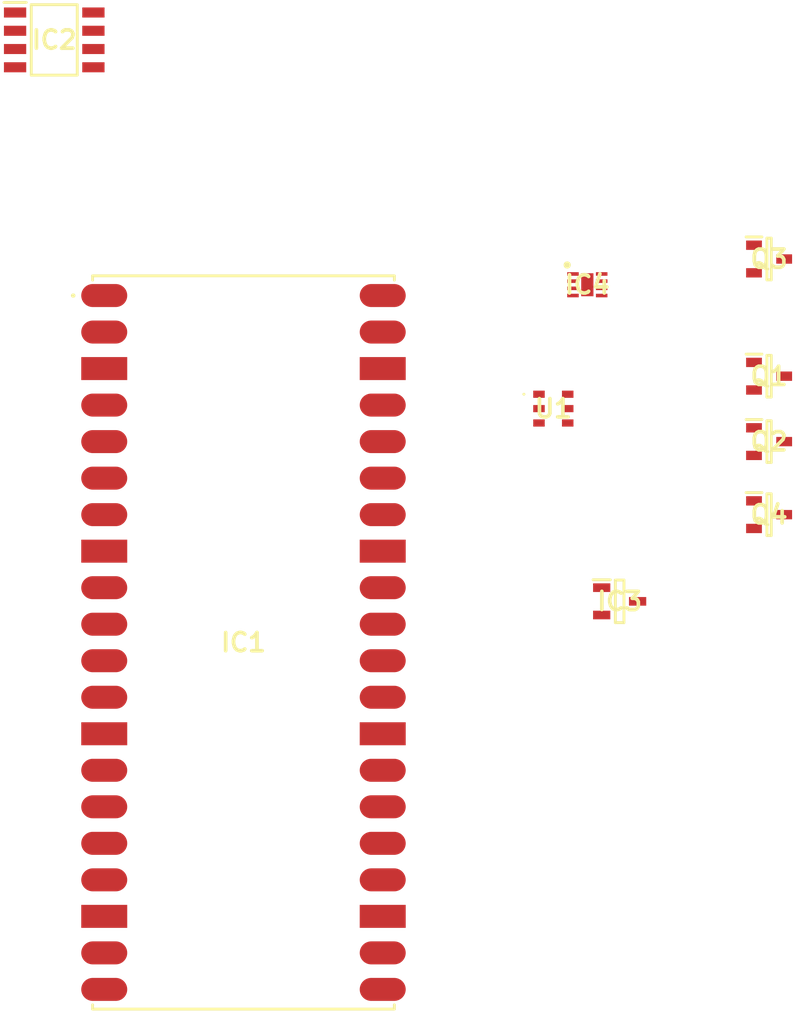
<source format=kicad_pcb>
(kicad_pcb (version 20221018) (generator pcbnew)
  (layers (0 "F.Cu" signal) (31 "B.Cu" signal) (34 "B.Paste" user) (35 "F.Paste" user) (36 "B.SilkS" user "B.Silkscreen") (37 "F.SilkS" user "F.Silkscreen") (38 "B.Mask" user) (39 "F.Mask" user) (44 "Edge.Cuts" user))
  (net 0 "")
  (footprint "LIB_PCF85063AT_AAZ:SOIC127P600X175-8N" (layer "F.Cu") (at 114.3 53.34)
    (fp_text reference "IC2" (at 0 0) (layer "F.SilkS") (effects (font (size 1.27 1.27) (thickness 0.254))))
    (fp_text value "PCF85063AT_AAZ" hide)
    (fp_line (start -3.5 -2.605) (end -1.95 -2.605) (stroke (width 0.2)) (layer "F.SilkS"))
    (fp_line (start -1.6 -2.45) (end 1.6 -2.45) (stroke (width 0.2)) (layer "F.SilkS"))
    (fp_line (start -1.6 2.45) (end -1.6 -2.45) (stroke (width 0.2)) (layer "F.SilkS"))
    (fp_line (start 1.6 -2.45) (end 1.6 2.45) (stroke (width 0.2)) (layer "F.SilkS"))
    (fp_line (start 1.6 2.45) (end -1.6 2.45) (stroke (width 0.2)) (layer "F.SilkS"))
    (pad "1" smd rect (at -2.725 -1.905 90) (size 0.7 1.55) (layers "F.Cu" "F.Paste" "F.Mask"))
    (pad "2" smd rect (at -2.725 -0.635 90) (size 0.7 1.55) (layers "F.Cu" "F.Paste" "F.Mask"))
    (pad "3" smd rect (at -2.725 0.635 90) (size 0.7 1.55) (layers "F.Cu" "F.Paste" "F.Mask"))
    (pad "4" smd rect (at -2.725 1.905 90) (size 0.7 1.55) (layers "F.Cu" "F.Paste" "F.Mask"))
    (pad "5" smd rect (at 2.725 1.905 90) (size 0.7 1.55) (layers "F.Cu" "F.Paste" "F.Mask"))
    (pad "6" smd rect (at 2.725 0.635 90) (size 0.7 1.55) (layers "F.Cu" "F.Paste" "F.Mask"))
    (pad "7" smd rect (at 2.725 -0.635 90) (size 0.7 1.55) (layers "F.Cu" "F.Paste" "F.Mask"))
    (pad "8" smd rect (at 2.725 -1.905 90) (size 0.7 1.55) (layers "F.Cu" "F.Paste" "F.Mask"))
  )
  (footprint "DMG2301L-7:SOT96P240X110-3N" (layer "F.Cu") (at 164.05 68.58)
    (fp_text reference "Q3" (at 0 0) (layer "F.SilkS") (effects (font (size 1.27 1.27) (thickness 0.254))))
    (fp_text value "DMG2301L-7" hide)
    (fp_line (start -1.6 -1.535) (end -0.5 -1.535) (stroke (width 0.2)) (layer "F.SilkS"))
    (fp_line (start -0.15 -1.45) (end 0.15 -1.45) (stroke (width 0.2)) (layer "F.SilkS"))
    (fp_line (start -0.15 1.45) (end -0.15 -1.45) (stroke (width 0.2)) (layer "F.SilkS"))
    (fp_line (start 0.15 -1.45) (end 0.15 1.45) (stroke (width 0.2)) (layer "F.SilkS"))
    (fp_line (start 0.15 1.45) (end -0.15 1.45) (stroke (width 0.2)) (layer "F.SilkS"))
    (pad "1" smd rect (at -1.05 -0.96 90) (size 0.65 1.1) (layers "F.Cu" "F.Paste" "F.Mask"))
    (pad "2" smd rect (at -1.05 0.96 90) (size 0.65 1.1) (layers "F.Cu" "F.Paste" "F.Mask"))
    (pad "3" smd rect (at 1.05 0 90) (size 0.65 1.1) (layers "F.Cu" "F.Paste" "F.Mask"))
  )
  (footprint "AP2138N-3.3TRG1:SOT95P282X145-3N" (layer "F.Cu") (at 153.65 92.39)
    (fp_text reference "IC3" (at 0 0) (layer "F.SilkS") (effects (font (size 1.27 1.27) (thickness 0.254))))
    (fp_text value "AP2138N-3.3TRG1" hide)
    (fp_line (start -1.85 -1.5) (end -0.65 -1.5) (stroke (width 0.2)) (layer "F.SilkS"))
    (fp_line (start -0.3 -1.48) (end 0.3 -1.48) (stroke (width 0.2)) (layer "F.SilkS"))
    (fp_line (start -0.3 1.48) (end -0.3 -1.48) (stroke (width 0.2)) (layer "F.SilkS"))
    (fp_line (start 0.3 -1.48) (end 0.3 1.48) (stroke (width 0.2)) (layer "F.SilkS"))
    (fp_line (start 0.3 1.48) (end -0.3 1.48) (stroke (width 0.2)) (layer "F.SilkS"))
    (pad "1" smd rect (at -1.25 -0.95 90) (size 0.6 1.2) (layers "F.Cu" "F.Paste" "F.Mask"))
    (pad "2" smd rect (at -1.25 0.95 90) (size 0.6 1.2) (layers "F.Cu" "F.Paste" "F.Mask"))
    (pad "3" smd rect (at 1.25 0 90) (size 0.6 1.2) (layers "F.Cu" "F.Paste" "F.Mask"))
  )
  (footprint "DMG2301L-7:SOT96P240X110-3N" (layer "F.Cu") (at 164.05 81.28)
    (fp_text reference "Q2" (at 0 0) (layer "F.SilkS") (effects (font (size 1.27 1.27) (thickness 0.254))))
    (fp_text value "DMG2301L-7" hide)
    (fp_line (start -1.6 -1.535) (end -0.5 -1.535) (stroke (width 0.2)) (layer "F.SilkS"))
    (fp_line (start -0.15 -1.45) (end 0.15 -1.45) (stroke (width 0.2)) (layer "F.SilkS"))
    (fp_line (start -0.15 1.45) (end -0.15 -1.45) (stroke (width 0.2)) (layer "F.SilkS"))
    (fp_line (start 0.15 -1.45) (end 0.15 1.45) (stroke (width 0.2)) (layer "F.SilkS"))
    (fp_line (start 0.15 1.45) (end -0.15 1.45) (stroke (width 0.2)) (layer "F.SilkS"))
    (pad "1" smd rect (at -1.05 -0.96 90) (size 0.65 1.1) (layers "F.Cu" "F.Paste" "F.Mask"))
    (pad "2" smd rect (at -1.05 0.96 90) (size 0.65 1.1) (layers "F.Cu" "F.Paste" "F.Mask"))
    (pad "3" smd rect (at 1.05 0 90) (size 0.65 1.1) (layers "F.Cu" "F.Paste" "F.Mask"))
  )
  (footprint "AHT20:AHT20" (layer "F.Cu") (at 149.035 78.985)
    (fp_text reference "U1" (at 0 0) (layer "F.SilkS") (effects (font (size 1.27 1.27) (thickness 0.254))))
    (fp_text value "AHT20" hide)
    (fp_line (start -2.1 -1) (end -2.1 -1) (stroke (width 0.1)) (layer "F.SilkS"))
    (fp_line (start -2 -1) (end -2 -1) (stroke (width 0.1)) (layer "F.SilkS"))
    (fp_arc (start -2.1 -1) (mid -2.05 -1.05) (end -2 -1) (stroke (width 0.1)) (layer "F.SilkS"))
    (fp_arc (start -2 -1) (mid -2.05 -0.95) (end -2.1 -1) (stroke (width 0.1)) (layer "F.SilkS"))
    (pad "1" smd rect (at -1 -1 90) (size 0.5 0.8) (layers "F.Cu" "F.Paste" "F.Mask"))
    (pad "2" smd rect (at -1 0 90) (size 0.5 0.8) (layers "F.Cu" "F.Paste" "F.Mask"))
    (pad "3" smd rect (at -1 1 90) (size 0.5 0.8) (layers "F.Cu" "F.Paste" "F.Mask"))
    (pad "4" smd rect (at 1 1 90) (size 0.5 0.8) (layers "F.Cu" "F.Paste" "F.Mask"))
    (pad "5" smd rect (at 1 0 90) (size 0.5 0.8) (layers "F.Cu" "F.Paste" "F.Mask"))
    (pad "6" smd rect (at 1 -1 90) (size 0.5 0.8) (layers "F.Cu" "F.Paste" "F.Mask"))
  )
  (footprint "DMG2301L-7:SOT96P240X110-3N" (layer "F.Cu") (at 164.05 86.36)
    (fp_text reference "Q4" (at 0 0) (layer "F.SilkS") (effects (font (size 1.27 1.27) (thickness 0.254))))
    (fp_text value "DMN3731U-7" hide)
    (fp_line (start -1.6 -1.535) (end -0.5 -1.535) (stroke (width 0.2)) (layer "F.SilkS"))
    (fp_line (start -0.15 -1.45) (end 0.15 -1.45) (stroke (width 0.2)) (layer "F.SilkS"))
    (fp_line (start -0.15 1.45) (end -0.15 -1.45) (stroke (width 0.2)) (layer "F.SilkS"))
    (fp_line (start 0.15 -1.45) (end 0.15 1.45) (stroke (width 0.2)) (layer "F.SilkS"))
    (fp_line (start 0.15 1.45) (end -0.15 1.45) (stroke (width 0.2)) (layer "F.SilkS"))
    (pad "1" smd rect (at -1.05 -0.96 90) (size 0.65 1.1) (layers "F.Cu" "F.Paste" "F.Mask"))
    (pad "2" smd rect (at -1.05 0.96 90) (size 0.65 1.1) (layers "F.Cu" "F.Paste" "F.Mask"))
    (pad "3" smd rect (at 1.05 0 90) (size 0.65 1.1) (layers "F.Cu" "F.Paste" "F.Mask"))
  )
  (footprint "PICO_W:RASPBERRYPIPICOW" (layer "F.Cu") (at 127.47 95.25)
    (fp_text reference "IC1" (at 0 0) (layer "F.SilkS") (effects (font (size 1.27 1.27) (thickness 0.254))))
    (fp_text value "RASPBERRY_PI_PICO_W" hide)
    (fp_line (start -11.9 -24.13) (end -11.9 -24.13) (stroke (width 0.2)) (layer "F.SilkS"))
    (fp_line (start -11.9 -24.13) (end -11.9 -24.13) (stroke (width 0.2)) (layer "F.SilkS"))
    (fp_line (start -11.8 -24.13) (end -11.8 -24.13) (stroke (width 0.2)) (layer "F.SilkS"))
    (fp_line (start -10.5 -25.5) (end -10.5 -25.2) (stroke (width 0.2)) (layer "F.SilkS"))
    (fp_line (start -10.5 25.2) (end -10.5 25.5) (stroke (width 0.2)) (layer "F.SilkS"))
    (fp_line (start -10.5 25.5) (end 10.5 25.5) (stroke (width 0.2)) (layer "F.SilkS"))
    (fp_line (start 10.5 -25.5) (end -10.5 -25.5) (stroke (width 0.2)) (layer "F.SilkS"))
    (fp_line (start 10.5 -25.2) (end 10.5 -25.5) (stroke (width 0.2)) (layer "F.SilkS"))
    (fp_line (start 10.5 25.5) (end 10.5 25.2) (stroke (width 0.2)) (layer "F.SilkS"))
    (fp_arc (start -11.9 -24.13) (mid -11.85 -24.18) (end -11.8 -24.13) (stroke (width 0.2)) (layer "F.SilkS"))
    (fp_arc (start -11.8 -24.13) (mid -11.85 -24.08) (end -11.9 -24.13) (stroke (width 0.2)) (layer "F.SilkS"))
    (fp_arc (start -11.8 -24.13) (mid -11.85 -24.08) (end -11.9 -24.13) (stroke (width 0.2)) (layer "F.SilkS"))
    (pad "1" smd oval (at -9.69 -24.13 90) (size 1.6 3.2) (layers "F.Cu" "F.Paste" "F.Mask"))
    (pad "2" smd oval (at -9.69 -21.59 90) (size 1.6 3.2) (layers "F.Cu" "F.Paste" "F.Mask"))
    (pad "3" smd rect (at -9.69 -19.05 90) (size 1.6 3.2) (layers "F.Cu" "F.Paste" "F.Mask"))
    (pad "4" smd oval (at -9.69 -16.51 90) (size 1.6 3.2) (layers "F.Cu" "F.Paste" "F.Mask"))
    (pad "5" smd oval (at -9.69 -13.97 90) (size 1.6 3.2) (layers "F.Cu" "F.Paste" "F.Mask"))
    (pad "6" smd oval (at -9.69 -11.43 90) (size 1.6 3.2) (layers "F.Cu" "F.Paste" "F.Mask"))
    (pad "7" smd oval (at -9.69 -8.89 90) (size 1.6 3.2) (layers "F.Cu" "F.Paste" "F.Mask"))
    (pad "8" smd rect (at -9.69 -6.35 90) (size 1.6 3.2) (layers "F.Cu" "F.Paste" "F.Mask"))
    (pad "9" smd oval (at -9.69 -3.81 90) (size 1.6 3.2) (layers "F.Cu" "F.Paste" "F.Mask"))
    (pad "10" smd oval (at -9.69 -1.27 90) (size 1.6 3.2) (layers "F.Cu" "F.Paste" "F.Mask"))
    (pad "11" smd oval (at -9.69 1.27 90) (size 1.6 3.2) (layers "F.Cu" "F.Paste" "F.Mask"))
    (pad "12" smd oval (at -9.69 3.81 90) (size 1.6 3.2) (layers "F.Cu" "F.Paste" "F.Mask"))
    (pad "13" smd rect (at -9.69 6.35 90) (size 1.6 3.2) (layers "F.Cu" "F.Paste" "F.Mask"))
    (pad "14" smd oval (at -9.69 8.89 90) (size 1.6 3.2) (layers "F.Cu" "F.Paste" "F.Mask"))
    (pad "15" smd oval (at -9.69 11.43 90) (size 1.6 3.2) (layers "F.Cu" "F.Paste" "F.Mask"))
    (pad "16" smd oval (at -9.69 13.97 90) (size 1.6 3.2) (layers "F.Cu" "F.Paste" "F.Mask"))
    (pad "17" smd oval (at -9.69 16.51 90) (size 1.6 3.2) (layers "F.Cu" "F.Paste" "F.Mask"))
    (pad "18" smd rect (at -9.69 19.05 90) (size 1.6 3.2) (layers "F.Cu" "F.Paste" "F.Mask"))
    (pad "19" smd oval (at -9.69 21.59 90) (size 1.6 3.2) (layers "F.Cu" "F.Paste" "F.Mask"))
    (pad "20" smd oval (at -9.69 24.13 90) (size 1.6 3.2) (layers "F.Cu" "F.Paste" "F.Mask"))
    (pad "21" smd oval (at 9.69 24.13 90) (size 1.6 3.2) (layers "F.Cu" "F.Paste" "F.Mask"))
    (pad "22" smd oval (at 9.69 21.59 90) (size 1.6 3.2) (layers "F.Cu" "F.Paste" "F.Mask"))
    (pad "23" smd rect (at 9.69 19.05 90) (size 1.6 3.2) (layers "F.Cu" "F.Paste" "F.Mask"))
    (pad "24" smd oval (at 9.69 16.51 90) (size 1.6 3.2) (layers "F.Cu" "F.Paste" "F.Mask"))
    (pad "25" smd oval (at 9.69 13.97 90) (size 1.6 3.2) (layers "F.Cu" "F.Paste" "F.Mask"))
    (pad "26" smd oval (at 9.69 11.43 90) (size 1.6 3.2) (layers "F.Cu" "F.Paste" "F.Mask"))
    (pad "27" smd oval (at 9.69 8.89 90) (size 1.6 3.2) (layers "F.Cu" "F.Paste" "F.Mask"))
    (pad "28" smd rect (at 9.69 6.35 90) (size 1.6 3.2) (layers "F.Cu" "F.Paste" "F.Mask"))
    (pad "29" smd oval (at 9.69 3.81 90) (size 1.6 3.2) (layers "F.Cu" "F.Paste" "F.Mask"))
    (pad "30" smd oval (at 9.69 1.27 90) (size 1.6 3.2) (layers "F.Cu" "F.Paste" "F.Mask"))
    (pad "31" smd oval (at 9.69 -1.27 90) (size 1.6 3.2) (layers "F.Cu" "F.Paste" "F.Mask"))
    (pad "32" smd oval (at 9.69 -3.81 90) (size 1.6 3.2) (layers "F.Cu" "F.Paste" "F.Mask"))
    (pad "33" smd rect (at 9.69 -6.35 90) (size 1.6 3.2) (layers "F.Cu" "F.Paste" "F.Mask"))
    (pad "34" smd oval (at 9.69 -8.89 90) (size 1.6 3.2) (layers "F.Cu" "F.Paste" "F.Mask"))
    (pad "35" smd oval (at 9.69 -11.43 90) (size 1.6 3.2) (layers "F.Cu" "F.Paste" "F.Mask"))
    (pad "36" smd oval (at 9.69 -13.97 90) (size 1.6 3.2) (layers "F.Cu" "F.Paste" "F.Mask"))
    (pad "37" smd oval (at 9.69 -16.51 90) (size 1.6 3.2) (layers "F.Cu" "F.Paste" "F.Mask"))
    (pad "38" smd rect (at 9.69 -19.05 90) (size 1.6 3.2) (layers "F.Cu" "F.Paste" "F.Mask"))
    (pad "39" smd oval (at 9.69 -21.59 90) (size 1.6 3.2) (layers "F.Cu" "F.Paste" "F.Mask"))
    (pad "40" smd oval (at 9.69 -24.13 90) (size 1.6 3.2) (layers "F.Cu" "F.Paste" "F.Mask"))
  )
  (footprint "BH1745NUC:SON50P210X200X60-9N" (layer "F.Cu") (at 151.4 70.37)
    (fp_text reference "IC4" (at 0 0) (layer "F.SilkS") (effects (font (size 1.27 1.27) (thickness 0.254))))
    (fp_text value "BH1745NUC-E2" hide)
    (fp_circle (center -1.4 -1.375) (end -1.4 -1.25) (stroke (width 0.25)) (fill none) (layer "F.SilkS"))
    (pad "1" smd rect (at -1 -0.75 90) (size 0.25 0.8) (layers "F.Cu" "F.Paste" "F.Mask"))
    (pad "2" smd rect (at -1 -0.25 90) (size 0.25 0.8) (layers "F.Cu" "F.Paste" "F.Mask"))
    (pad "3" smd rect (at -1 0.25 90) (size 0.25 0.8) (layers "F.Cu" "F.Paste" "F.Mask"))
    (pad "4" smd rect (at -1 0.75 90) (size 0.25 0.8) (layers "F.Cu" "F.Paste" "F.Mask"))
    (pad "5" smd rect (at 1 0.75 90) (size 0.25 0.8) (layers "F.Cu" "F.Paste" "F.Mask"))
    (pad "6" smd rect (at 1 0.25 90) (size 0.25 0.8) (layers "F.Cu" "F.Paste" "F.Mask"))
    (pad "7" smd rect (at 1 -0.25 90) (size 0.25 0.8) (layers "F.Cu" "F.Paste" "F.Mask"))
    (pad "8" smd rect (at 1 -0.75 90) (size 0.25 0.8) (layers "F.Cu" "F.Paste" "F.Mask"))
    (pad "9" smd rect (at 0 0) (size 0.85 1.6) (layers "F.Cu" "F.Paste" "F.Mask"))
  )
  (footprint "DMG2301L-7:SOT96P240X110-3N" (layer "F.Cu") (at 164.05 76.73)
    (fp_text reference "Q1" (at 0 0) (layer "F.SilkS") (effects (font (size 1.27 1.27) (thickness 0.254))))
    (fp_text value "DMG2301L-7" hide)
    (fp_line (start -1.6 -1.535) (end -0.5 -1.535) (stroke (width 0.2)) (layer "F.SilkS"))
    (fp_line (start -0.15 -1.45) (end 0.15 -1.45) (stroke (width 0.2)) (layer "F.SilkS"))
    (fp_line (start -0.15 1.45) (end -0.15 -1.45) (stroke (width 0.2)) (layer "F.SilkS"))
    (fp_line (start 0.15 -1.45) (end 0.15 1.45) (stroke (width 0.2)) (layer "F.SilkS"))
    (fp_line (start 0.15 1.45) (end -0.15 1.45) (stroke (width 0.2)) (layer "F.SilkS"))
    (pad "1" smd rect (at -1.05 -0.96 90) (size 0.65 1.1) (layers "F.Cu" "F.Paste" "F.Mask"))
    (pad "2" smd rect (at -1.05 0.96 90) (size 0.65 1.1) (layers "F.Cu" "F.Paste" "F.Mask"))
    (pad "3" smd rect (at 1.05 0 90) (size 0.65 1.1) (layers "F.Cu" "F.Paste" "F.Mask"))
  )
)
</source>
